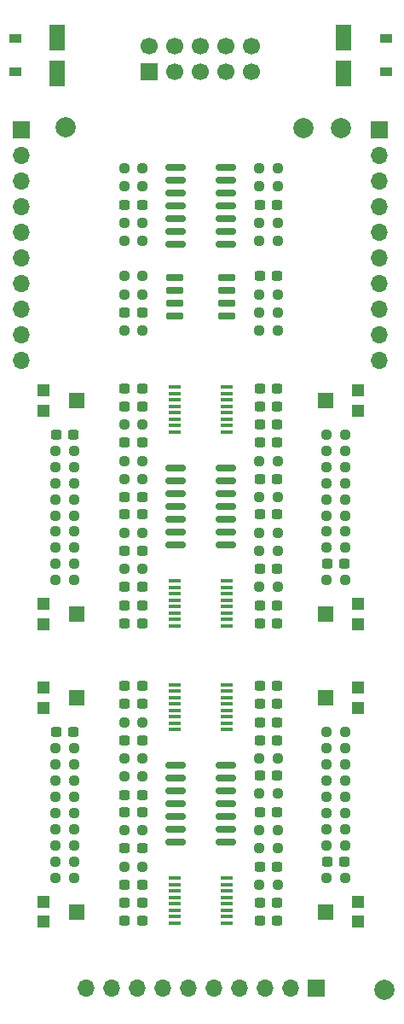
<source format=gbr>
%TF.GenerationSoftware,KiCad,Pcbnew,(6.0.11)*%
%TF.CreationDate,2023-03-01T18:17:23+00:00*%
%TF.ProjectId,Quilter_Components,5175696c-7465-4725-9f43-6f6d706f6e65,rev?*%
%TF.SameCoordinates,Original*%
%TF.FileFunction,Soldermask,Top*%
%TF.FilePolarity,Negative*%
%FSLAX46Y46*%
G04 Gerber Fmt 4.6, Leading zero omitted, Abs format (unit mm)*
G04 Created by KiCad (PCBNEW (6.0.11)) date 2023-03-01 18:17:23*
%MOMM*%
%LPD*%
G01*
G04 APERTURE LIST*
G04 Aperture macros list*
%AMRoundRect*
0 Rectangle with rounded corners*
0 $1 Rounding radius*
0 $2 $3 $4 $5 $6 $7 $8 $9 X,Y pos of 4 corners*
0 Add a 4 corners polygon primitive as box body*
4,1,4,$2,$3,$4,$5,$6,$7,$8,$9,$2,$3,0*
0 Add four circle primitives for the rounded corners*
1,1,$1+$1,$2,$3*
1,1,$1+$1,$4,$5*
1,1,$1+$1,$6,$7*
1,1,$1+$1,$8,$9*
0 Add four rect primitives between the rounded corners*
20,1,$1+$1,$2,$3,$4,$5,0*
20,1,$1+$1,$4,$5,$6,$7,0*
20,1,$1+$1,$6,$7,$8,$9,0*
20,1,$1+$1,$8,$9,$2,$3,0*%
G04 Aperture macros list end*
%ADD10RoundRect,0.237500X0.300000X0.237500X-0.300000X0.237500X-0.300000X-0.237500X0.300000X-0.237500X0*%
%ADD11RoundRect,0.150000X0.825000X0.150000X-0.825000X0.150000X-0.825000X-0.150000X0.825000X-0.150000X0*%
%ADD12RoundRect,0.237500X0.250000X0.237500X-0.250000X0.237500X-0.250000X-0.237500X0.250000X-0.237500X0*%
%ADD13R,1.200000X1.200000*%
%ADD14R,1.500000X1.600000*%
%ADD15RoundRect,0.237500X-0.300000X-0.237500X0.300000X-0.237500X0.300000X0.237500X-0.300000X0.237500X0*%
%ADD16R,1.200000X0.900000*%
%ADD17RoundRect,0.237500X-0.250000X-0.237500X0.250000X-0.237500X0.250000X0.237500X-0.250000X0.237500X0*%
%ADD18R,1.700000X1.700000*%
%ADD19C,1.700000*%
%ADD20RoundRect,0.150000X-0.825000X-0.150000X0.825000X-0.150000X0.825000X0.150000X-0.825000X0.150000X0*%
%ADD21RoundRect,0.250000X0.550000X-1.050000X0.550000X1.050000X-0.550000X1.050000X-0.550000X-1.050000X0*%
%ADD22C,2.000000*%
%ADD23R,1.200000X0.400000*%
%ADD24RoundRect,0.150000X0.725000X0.150000X-0.725000X0.150000X-0.725000X-0.150000X0.725000X-0.150000X0*%
%ADD25O,1.700000X1.700000*%
G04 APERTURE END LIST*
D10*
%TO.C,C33*%
X64362500Y-137600000D03*
X62637500Y-137600000D03*
%TD*%
D11*
%TO.C,U2*%
X72675000Y-74110000D03*
X72675000Y-72840000D03*
X72675000Y-71570000D03*
X72675000Y-70300000D03*
X72675000Y-69030000D03*
X72675000Y-67760000D03*
X72675000Y-66490000D03*
X67725000Y-66490000D03*
X67725000Y-67760000D03*
X67725000Y-69030000D03*
X67725000Y-70300000D03*
X67725000Y-71570000D03*
X67725000Y-72840000D03*
X67725000Y-74110000D03*
%TD*%
D12*
%TO.C,R44*%
X57612500Y-133700000D03*
X55787500Y-133700000D03*
%TD*%
%TO.C,R23*%
X57612500Y-96200000D03*
X55787500Y-96200000D03*
%TD*%
D13*
%TO.C,FREQ_OFFSET2*%
X85800000Y-111800000D03*
D14*
X82550000Y-110800000D03*
D13*
X85800000Y-109800000D03*
%TD*%
D15*
%TO.C,C4*%
X76037500Y-70187500D03*
X77762500Y-70187500D03*
%TD*%
D16*
%TO.C,D1*%
X88600000Y-57050000D03*
X88600000Y-53750000D03*
%TD*%
D17*
%TO.C,R53*%
X55787500Y-124100000D03*
X57612500Y-124100000D03*
%TD*%
D15*
%TO.C,C38*%
X76037500Y-90200000D03*
X77762500Y-90200000D03*
%TD*%
D12*
%TO.C,R65*%
X84512500Y-133700000D03*
X82687500Y-133700000D03*
%TD*%
D10*
%TO.C,C45*%
X64362500Y-128700000D03*
X62637500Y-128700000D03*
%TD*%
D17*
%TO.C,R58*%
X82687500Y-132100000D03*
X84512500Y-132100000D03*
%TD*%
D15*
%TO.C,C10*%
X76037500Y-97400000D03*
X77762500Y-97400000D03*
%TD*%
D18*
%TO.C,J4*%
X65060000Y-57000000D03*
D19*
X65060000Y-54460000D03*
X67600000Y-57000000D03*
X67600000Y-54460000D03*
X70140000Y-57000000D03*
X70140000Y-54460000D03*
X72680000Y-57000000D03*
X72680000Y-54460000D03*
X75220000Y-57000000D03*
X75220000Y-54460000D03*
%TD*%
D15*
%TO.C,C14*%
X76037500Y-109900000D03*
X77762500Y-109900000D03*
%TD*%
D13*
%TO.C,FREQ_OFFSET4*%
X85800000Y-141300000D03*
D14*
X82550000Y-140300000D03*
D13*
X85800000Y-139300000D03*
%TD*%
D12*
%TO.C,R35*%
X77812500Y-102700000D03*
X75987500Y-102700000D03*
%TD*%
D17*
%TO.C,R2*%
X75987500Y-79087500D03*
X77812500Y-79087500D03*
%TD*%
D15*
%TO.C,C30*%
X76037500Y-139400000D03*
X77762500Y-139400000D03*
%TD*%
D10*
%TO.C,C3*%
X64362500Y-80887500D03*
X62637500Y-80887500D03*
%TD*%
D17*
%TO.C,R21*%
X55787500Y-97800000D03*
X57612500Y-97800000D03*
%TD*%
D10*
%TO.C,C28*%
X77762500Y-117900000D03*
X76037500Y-117900000D03*
%TD*%
D12*
%TO.C,R42*%
X77812500Y-125100000D03*
X75987500Y-125100000D03*
%TD*%
D15*
%TO.C,C15*%
X76037500Y-111700000D03*
X77762500Y-111700000D03*
%TD*%
D13*
%TO.C,V_OCT4*%
X85800000Y-120100000D03*
D14*
X82550000Y-119100000D03*
D13*
X85800000Y-118100000D03*
%TD*%
D15*
%TO.C,C31*%
X76037500Y-141200000D03*
X77762500Y-141200000D03*
%TD*%
D10*
%TO.C,C11*%
X57562500Y-93000000D03*
X55837500Y-93000000D03*
%TD*%
D17*
%TO.C,R37*%
X75987500Y-104500000D03*
X77812500Y-104500000D03*
%TD*%
%TO.C,R57*%
X82687500Y-128900000D03*
X84512500Y-128900000D03*
%TD*%
D12*
%TO.C,R50*%
X64412500Y-126900000D03*
X62587500Y-126900000D03*
%TD*%
D15*
%TO.C,C9*%
X76037500Y-92000000D03*
X77762500Y-92000000D03*
%TD*%
D17*
%TO.C,R51*%
X75987500Y-128600000D03*
X77812500Y-128600000D03*
%TD*%
%TO.C,R27*%
X55787500Y-94600000D03*
X57612500Y-94600000D03*
%TD*%
%TO.C,R33*%
X82687500Y-96200000D03*
X84512500Y-96200000D03*
%TD*%
D12*
%TO.C,R9*%
X64412500Y-68387500D03*
X62587500Y-68387500D03*
%TD*%
%TO.C,R13*%
X64412500Y-66587500D03*
X62587500Y-66587500D03*
%TD*%
%TO.C,R46*%
X57612500Y-128900000D03*
X55787500Y-128900000D03*
%TD*%
%TO.C,R22*%
X64412500Y-95600000D03*
X62587500Y-95600000D03*
%TD*%
D20*
%TO.C,U4*%
X67725000Y-125790000D03*
X67725000Y-127060000D03*
X67725000Y-128330000D03*
X67725000Y-129600000D03*
X67725000Y-130870000D03*
X67725000Y-132140000D03*
X67725000Y-133410000D03*
X72675000Y-133410000D03*
X72675000Y-132140000D03*
X72675000Y-130870000D03*
X72675000Y-129600000D03*
X72675000Y-128330000D03*
X72675000Y-127060000D03*
X72675000Y-125790000D03*
%TD*%
D21*
%TO.C,C2*%
X55900000Y-57200000D03*
X55900000Y-53600000D03*
%TD*%
D15*
%TO.C,C22*%
X62637500Y-119700000D03*
X64362500Y-119700000D03*
%TD*%
D10*
%TO.C,C17*%
X64362500Y-108100000D03*
X62637500Y-108100000D03*
%TD*%
%TO.C,C40*%
X64362500Y-93800000D03*
X62637500Y-93800000D03*
%TD*%
%TO.C,C19*%
X84462500Y-105800000D03*
X82737500Y-105800000D03*
%TD*%
D12*
%TO.C,R38*%
X64412500Y-102700000D03*
X62587500Y-102700000D03*
%TD*%
%TO.C,R18*%
X57612500Y-104200000D03*
X55787500Y-104200000D03*
%TD*%
D22*
%TO.C,TP2*%
X56800000Y-62500000D03*
%TD*%
D13*
%TO.C,V_OCT3*%
X54600000Y-118100000D03*
D14*
X57850000Y-119100000D03*
D13*
X54600000Y-120100000D03*
%TD*%
D12*
%TO.C,R16*%
X77812500Y-95600000D03*
X75987500Y-95600000D03*
%TD*%
%TO.C,R10*%
X64412500Y-71987500D03*
X62587500Y-71987500D03*
%TD*%
D13*
%TO.C,V_OCT1*%
X54600000Y-88600000D03*
D14*
X57850000Y-89600000D03*
D13*
X54600000Y-90600000D03*
%TD*%
D10*
%TO.C,C18*%
X64362500Y-100900000D03*
X62637500Y-100900000D03*
%TD*%
D17*
%TO.C,R62*%
X75987500Y-137600000D03*
X77812500Y-137600000D03*
%TD*%
D12*
%TO.C,R34*%
X84512500Y-99400000D03*
X82687500Y-99400000D03*
%TD*%
%TO.C,R69*%
X57612500Y-132100000D03*
X55787500Y-132100000D03*
%TD*%
D16*
%TO.C,D2*%
X51800000Y-53750000D03*
X51800000Y-57050000D03*
%TD*%
D12*
%TO.C,R19*%
X57612500Y-102600000D03*
X55787500Y-102600000D03*
%TD*%
%TO.C,R64*%
X64412500Y-132200000D03*
X62587500Y-132200000D03*
%TD*%
D15*
%TO.C,C21*%
X76037500Y-123300000D03*
X77762500Y-123300000D03*
%TD*%
%TO.C,C5*%
X76037500Y-77287500D03*
X77762500Y-77287500D03*
%TD*%
D23*
%TO.C,U7*%
X67600000Y-107477500D03*
X67600000Y-108112500D03*
X67600000Y-108747500D03*
X67600000Y-109382500D03*
X67600000Y-110017500D03*
X67600000Y-110652500D03*
X67600000Y-111287500D03*
X67600000Y-111922500D03*
X72800000Y-111922500D03*
X72800000Y-111287500D03*
X72800000Y-110652500D03*
X72800000Y-110017500D03*
X72800000Y-109382500D03*
X72800000Y-108747500D03*
X72800000Y-108112500D03*
X72800000Y-107477500D03*
%TD*%
D17*
%TO.C,R68*%
X82687500Y-102600000D03*
X84512500Y-102600000D03*
%TD*%
D10*
%TO.C,C34*%
X64362500Y-130400000D03*
X62637500Y-130400000D03*
%TD*%
D17*
%TO.C,R36*%
X75987500Y-108100000D03*
X77812500Y-108100000D03*
%TD*%
D12*
%TO.C,R3*%
X64412500Y-77287500D03*
X62587500Y-77287500D03*
%TD*%
D17*
%TO.C,R6*%
X75987500Y-82687500D03*
X77812500Y-82687500D03*
%TD*%
D12*
%TO.C,R56*%
X57612500Y-135300000D03*
X55787500Y-135300000D03*
%TD*%
D17*
%TO.C,R52*%
X62587500Y-121500000D03*
X64412500Y-121500000D03*
%TD*%
D23*
%TO.C,U10*%
X67600000Y-136977500D03*
X67600000Y-137612500D03*
X67600000Y-138247500D03*
X67600000Y-138882500D03*
X67600000Y-139517500D03*
X67600000Y-140152500D03*
X67600000Y-140787500D03*
X67600000Y-141422500D03*
X72800000Y-141422500D03*
X72800000Y-140787500D03*
X72800000Y-140152500D03*
X72800000Y-139517500D03*
X72800000Y-138882500D03*
X72800000Y-138247500D03*
X72800000Y-137612500D03*
X72800000Y-136977500D03*
%TD*%
D17*
%TO.C,R7*%
X75987500Y-71987500D03*
X77812500Y-71987500D03*
%TD*%
D12*
%TO.C,R67*%
X57612500Y-99400000D03*
X55787500Y-99400000D03*
%TD*%
%TO.C,R54*%
X57612500Y-136900000D03*
X55787500Y-136900000D03*
%TD*%
D15*
%TO.C,C24*%
X76037500Y-119700000D03*
X77762500Y-119700000D03*
%TD*%
D17*
%TO.C,R12*%
X75987500Y-66587500D03*
X77812500Y-66587500D03*
%TD*%
%TO.C,R26*%
X62587500Y-92000000D03*
X64412500Y-92000000D03*
%TD*%
D12*
%TO.C,R20*%
X57612500Y-101000000D03*
X55787500Y-101000000D03*
%TD*%
D17*
%TO.C,R8*%
X75987500Y-68387500D03*
X77812500Y-68387500D03*
%TD*%
D15*
%TO.C,C25*%
X76037500Y-121500000D03*
X77762500Y-121500000D03*
%TD*%
D12*
%TO.C,R28*%
X57612500Y-107400000D03*
X55787500Y-107400000D03*
%TD*%
D15*
%TO.C,C37*%
X76037500Y-93800000D03*
X77762500Y-93800000D03*
%TD*%
D23*
%TO.C,U5*%
X72800000Y-92722500D03*
X72800000Y-92087500D03*
X72800000Y-91452500D03*
X72800000Y-90817500D03*
X72800000Y-90182500D03*
X72800000Y-89547500D03*
X72800000Y-88912500D03*
X72800000Y-88277500D03*
X67600000Y-88277500D03*
X67600000Y-88912500D03*
X67600000Y-89547500D03*
X67600000Y-90182500D03*
X67600000Y-90817500D03*
X67600000Y-91452500D03*
X67600000Y-92087500D03*
X67600000Y-92722500D03*
%TD*%
D17*
%TO.C,R55*%
X62575000Y-135800000D03*
X64400000Y-135800000D03*
%TD*%
%TO.C,R41*%
X82687500Y-124100000D03*
X84512500Y-124100000D03*
%TD*%
D15*
%TO.C,C46*%
X76037500Y-135800000D03*
X77762500Y-135800000D03*
%TD*%
D17*
%TO.C,R70*%
X82687500Y-130500000D03*
X84512500Y-130500000D03*
%TD*%
D15*
%TO.C,C36*%
X62637500Y-141200000D03*
X64362500Y-141200000D03*
%TD*%
D10*
%TO.C,C12*%
X77762500Y-88400000D03*
X76037500Y-88400000D03*
%TD*%
D23*
%TO.C,U9*%
X72800000Y-122222500D03*
X72800000Y-121587500D03*
X72800000Y-120952500D03*
X72800000Y-120317500D03*
X72800000Y-119682500D03*
X72800000Y-119047500D03*
X72800000Y-118412500D03*
X72800000Y-117777500D03*
X67600000Y-117777500D03*
X67600000Y-118412500D03*
X67600000Y-119047500D03*
X67600000Y-119682500D03*
X67600000Y-120317500D03*
X67600000Y-120952500D03*
X67600000Y-121587500D03*
X67600000Y-122222500D03*
%TD*%
D17*
%TO.C,R32*%
X82687500Y-101000000D03*
X84512500Y-101000000D03*
%TD*%
D12*
%TO.C,R48*%
X64412500Y-125100000D03*
X62587500Y-125100000D03*
%TD*%
D10*
%TO.C,C27*%
X57562500Y-122500000D03*
X55837500Y-122500000D03*
%TD*%
D12*
%TO.C,R30*%
X57612500Y-105800000D03*
X55787500Y-105800000D03*
%TD*%
D13*
%TO.C,FREQ_OFFSET3*%
X54600000Y-139300000D03*
D14*
X57850000Y-140300000D03*
D13*
X54600000Y-141300000D03*
%TD*%
D12*
%TO.C,R40*%
X84512500Y-107400000D03*
X82687500Y-107400000D03*
%TD*%
D13*
%TO.C,FREQ_OFFSET1*%
X54600000Y-109800000D03*
D14*
X57850000Y-110800000D03*
D13*
X54600000Y-111800000D03*
%TD*%
D22*
%TO.C,TP4*%
X80400000Y-62600000D03*
%TD*%
D10*
%TO.C,C44*%
X64362500Y-123300000D03*
X62637500Y-123300000D03*
%TD*%
%TO.C,C8*%
X64362500Y-70187500D03*
X62637500Y-70187500D03*
%TD*%
D20*
%TO.C,U3*%
X67725000Y-96290000D03*
X67725000Y-97560000D03*
X67725000Y-98830000D03*
X67725000Y-100100000D03*
X67725000Y-101370000D03*
X67725000Y-102640000D03*
X67725000Y-103910000D03*
X72675000Y-103910000D03*
X72675000Y-102640000D03*
X72675000Y-101370000D03*
X72675000Y-100100000D03*
X72675000Y-98830000D03*
X72675000Y-97560000D03*
X72675000Y-96290000D03*
%TD*%
D12*
%TO.C,R66*%
X84512500Y-136900000D03*
X82687500Y-136900000D03*
%TD*%
D17*
%TO.C,R4*%
X75987500Y-80887500D03*
X77812500Y-80887500D03*
%TD*%
D15*
%TO.C,C41*%
X76037500Y-130400000D03*
X77762500Y-130400000D03*
%TD*%
D17*
%TO.C,R59*%
X82687500Y-127300000D03*
X84512500Y-127300000D03*
%TD*%
D10*
%TO.C,C43*%
X64362500Y-99200000D03*
X62637500Y-99200000D03*
%TD*%
D12*
%TO.C,R1*%
X64412500Y-82687500D03*
X62587500Y-82687500D03*
%TD*%
D10*
%TO.C,C16*%
X64362500Y-109900000D03*
X62637500Y-109900000D03*
%TD*%
D17*
%TO.C,R25*%
X75987500Y-99200000D03*
X77812500Y-99200000D03*
%TD*%
D13*
%TO.C,V_OCT2*%
X85800000Y-90600000D03*
D14*
X82550000Y-89600000D03*
D13*
X85800000Y-88600000D03*
%TD*%
D17*
%TO.C,R47*%
X55787500Y-127300000D03*
X57612500Y-127300000D03*
%TD*%
D10*
%TO.C,C13*%
X64362500Y-104500000D03*
X62637500Y-104500000D03*
%TD*%
D12*
%TO.C,R14*%
X64412500Y-73787500D03*
X62587500Y-73787500D03*
%TD*%
D17*
%TO.C,R15*%
X82687500Y-94600000D03*
X84512500Y-94600000D03*
%TD*%
%TO.C,R17*%
X82687500Y-93000000D03*
X84512500Y-93000000D03*
%TD*%
D12*
%TO.C,R24*%
X64412500Y-97400000D03*
X62587500Y-97400000D03*
%TD*%
D22*
%TO.C,TP1*%
X84100000Y-62600000D03*
%TD*%
D15*
%TO.C,C6*%
X62637500Y-90200000D03*
X64362500Y-90200000D03*
%TD*%
%TO.C,C23*%
X62637500Y-117900000D03*
X64362500Y-117900000D03*
%TD*%
D17*
%TO.C,R31*%
X82687500Y-97800000D03*
X84512500Y-97800000D03*
%TD*%
D12*
%TO.C,R39*%
X84512500Y-104200000D03*
X82687500Y-104200000D03*
%TD*%
D15*
%TO.C,C26*%
X76037500Y-126800000D03*
X77762500Y-126800000D03*
%TD*%
D17*
%TO.C,R43*%
X82687500Y-122500000D03*
X84512500Y-122500000D03*
%TD*%
D21*
%TO.C,C1*%
X84400000Y-57200000D03*
X84400000Y-53600000D03*
%TD*%
D15*
%TO.C,C42*%
X76037500Y-106300000D03*
X77762500Y-106300000D03*
%TD*%
D12*
%TO.C,R61*%
X77812500Y-132200000D03*
X75987500Y-132200000D03*
%TD*%
D10*
%TO.C,C32*%
X64362500Y-139400000D03*
X62637500Y-139400000D03*
%TD*%
D12*
%TO.C,R60*%
X84512500Y-125700000D03*
X82687500Y-125700000D03*
%TD*%
%TO.C,R5*%
X64412500Y-79087500D03*
X62587500Y-79087500D03*
%TD*%
%TO.C,R49*%
X57612500Y-125700000D03*
X55787500Y-125700000D03*
%TD*%
D15*
%TO.C,C7*%
X62637500Y-88400000D03*
X64362500Y-88400000D03*
%TD*%
D17*
%TO.C,R29*%
X62575000Y-106300000D03*
X64400000Y-106300000D03*
%TD*%
%TO.C,R11*%
X75987500Y-73787500D03*
X77812500Y-73787500D03*
%TD*%
%TO.C,R63*%
X75987500Y-134000000D03*
X77812500Y-134000000D03*
%TD*%
D10*
%TO.C,C29*%
X64362500Y-134000000D03*
X62637500Y-134000000D03*
%TD*%
D15*
%TO.C,C39*%
X76037500Y-100900000D03*
X77762500Y-100900000D03*
%TD*%
%TO.C,C20*%
X62637500Y-111700000D03*
X64362500Y-111700000D03*
%TD*%
D22*
%TO.C,TP3*%
X88400000Y-148000000D03*
%TD*%
D12*
%TO.C,R45*%
X57612500Y-130500000D03*
X55787500Y-130500000D03*
%TD*%
D24*
%TO.C,U1*%
X72775000Y-81192500D03*
X72775000Y-79922500D03*
X72775000Y-78652500D03*
X72775000Y-77382500D03*
X67625000Y-77382500D03*
X67625000Y-78652500D03*
X67625000Y-79922500D03*
X67625000Y-81192500D03*
%TD*%
D10*
%TO.C,C35*%
X84462500Y-135300000D03*
X82737500Y-135300000D03*
%TD*%
D18*
%TO.C,J3*%
X81650000Y-147900000D03*
D25*
X79110000Y-147900000D03*
X76570000Y-147900000D03*
X74030000Y-147900000D03*
X71490000Y-147900000D03*
X68950000Y-147900000D03*
X66410000Y-147900000D03*
X63870000Y-147900000D03*
X61330000Y-147900000D03*
X58790000Y-147900000D03*
%TD*%
D18*
%TO.C,J1*%
X52400000Y-62800000D03*
D25*
X52400000Y-65340000D03*
X52400000Y-67880000D03*
X52400000Y-70420000D03*
X52400000Y-72960000D03*
X52400000Y-75500000D03*
X52400000Y-78040000D03*
X52400000Y-80580000D03*
X52400000Y-83120000D03*
X52400000Y-85660000D03*
%TD*%
D18*
%TO.C,J2*%
X87900000Y-62800000D03*
D25*
X87900000Y-65340000D03*
X87900000Y-67880000D03*
X87900000Y-70420000D03*
X87900000Y-72960000D03*
X87900000Y-75500000D03*
X87900000Y-78040000D03*
X87900000Y-80580000D03*
X87900000Y-83120000D03*
X87900000Y-85660000D03*
%TD*%
M02*

</source>
